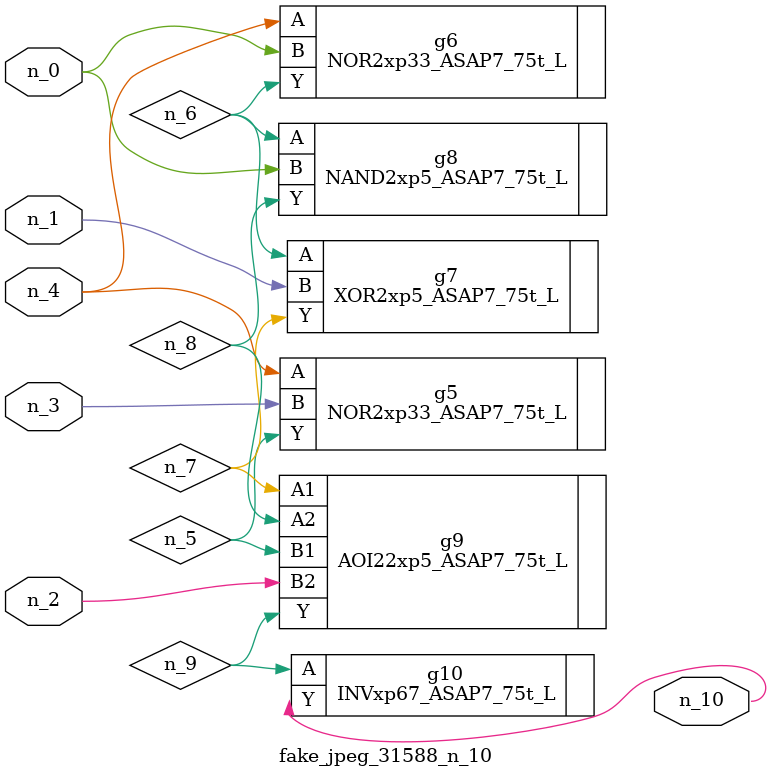
<source format=v>
module fake_jpeg_31588_n_10 (n_3, n_2, n_1, n_0, n_4, n_10);

input n_3;
input n_2;
input n_1;
input n_0;
input n_4;

output n_10;

wire n_8;
wire n_9;
wire n_6;
wire n_5;
wire n_7;

NOR2xp33_ASAP7_75t_L g5 ( 
.A(n_4),
.B(n_3),
.Y(n_5)
);

NOR2xp33_ASAP7_75t_L g6 ( 
.A(n_4),
.B(n_0),
.Y(n_6)
);

XOR2xp5_ASAP7_75t_L g7 ( 
.A(n_6),
.B(n_1),
.Y(n_7)
);

AOI22xp5_ASAP7_75t_L g9 ( 
.A1(n_7),
.A2(n_8),
.B1(n_5),
.B2(n_2),
.Y(n_9)
);

NAND2xp5_ASAP7_75t_L g8 ( 
.A(n_6),
.B(n_0),
.Y(n_8)
);

INVxp67_ASAP7_75t_L g10 ( 
.A(n_9),
.Y(n_10)
);


endmodule
</source>
